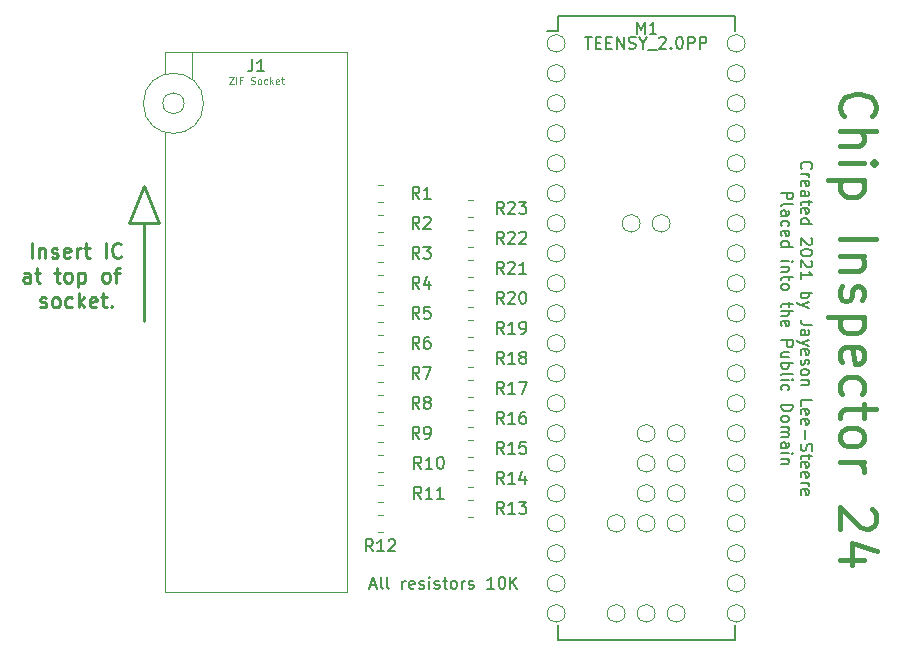
<source format=gbr>
%TF.GenerationSoftware,KiCad,Pcbnew,(5.1.9)-1*%
%TF.CreationDate,2021-02-16T23:53:01+08:00*%
%TF.ProjectId,ChipInspector24,43686970-496e-4737-9065-63746f723234,rev?*%
%TF.SameCoordinates,Original*%
%TF.FileFunction,Legend,Top*%
%TF.FilePolarity,Positive*%
%FSLAX46Y46*%
G04 Gerber Fmt 4.6, Leading zero omitted, Abs format (unit mm)*
G04 Created by KiCad (PCBNEW (5.1.9)-1) date 2021-02-16 23:53:01*
%MOMM*%
%LPD*%
G01*
G04 APERTURE LIST*
%ADD10C,0.225000*%
%ADD11C,0.150000*%
%ADD12C,0.450000*%
%ADD13C,0.120000*%
%ADD14C,0.100000*%
%ADD15C,0.090000*%
G04 APERTURE END LIST*
D10*
X121285000Y-91440000D02*
X120015000Y-91440000D01*
X120015000Y-88265000D02*
X121285000Y-91440000D01*
X118745000Y-91440000D02*
X120015000Y-88265000D01*
X120015000Y-91440000D02*
X118745000Y-91440000D01*
X120015000Y-99695000D02*
X120015000Y-91440000D01*
X110550000Y-94350476D02*
X110550000Y-93100476D01*
X111145238Y-93517142D02*
X111145238Y-94350476D01*
X111145238Y-93636190D02*
X111204761Y-93576666D01*
X111323809Y-93517142D01*
X111502380Y-93517142D01*
X111621428Y-93576666D01*
X111680952Y-93695714D01*
X111680952Y-94350476D01*
X112216666Y-94290952D02*
X112335714Y-94350476D01*
X112573809Y-94350476D01*
X112692857Y-94290952D01*
X112752380Y-94171904D01*
X112752380Y-94112380D01*
X112692857Y-93993333D01*
X112573809Y-93933809D01*
X112395238Y-93933809D01*
X112276190Y-93874285D01*
X112216666Y-93755238D01*
X112216666Y-93695714D01*
X112276190Y-93576666D01*
X112395238Y-93517142D01*
X112573809Y-93517142D01*
X112692857Y-93576666D01*
X113764285Y-94290952D02*
X113645238Y-94350476D01*
X113407142Y-94350476D01*
X113288095Y-94290952D01*
X113228571Y-94171904D01*
X113228571Y-93695714D01*
X113288095Y-93576666D01*
X113407142Y-93517142D01*
X113645238Y-93517142D01*
X113764285Y-93576666D01*
X113823809Y-93695714D01*
X113823809Y-93814761D01*
X113228571Y-93933809D01*
X114359523Y-94350476D02*
X114359523Y-93517142D01*
X114359523Y-93755238D02*
X114419047Y-93636190D01*
X114478571Y-93576666D01*
X114597619Y-93517142D01*
X114716666Y-93517142D01*
X114954761Y-93517142D02*
X115430952Y-93517142D01*
X115133333Y-93100476D02*
X115133333Y-94171904D01*
X115192857Y-94290952D01*
X115311904Y-94350476D01*
X115430952Y-94350476D01*
X116800000Y-94350476D02*
X116800000Y-93100476D01*
X118109523Y-94231428D02*
X118050000Y-94290952D01*
X117871428Y-94350476D01*
X117752380Y-94350476D01*
X117573809Y-94290952D01*
X117454761Y-94171904D01*
X117395238Y-94052857D01*
X117335714Y-93814761D01*
X117335714Y-93636190D01*
X117395238Y-93398095D01*
X117454761Y-93279047D01*
X117573809Y-93160000D01*
X117752380Y-93100476D01*
X117871428Y-93100476D01*
X118050000Y-93160000D01*
X118109523Y-93219523D01*
X110371428Y-96450476D02*
X110371428Y-95795714D01*
X110311904Y-95676666D01*
X110192857Y-95617142D01*
X109954761Y-95617142D01*
X109835714Y-95676666D01*
X110371428Y-96390952D02*
X110252380Y-96450476D01*
X109954761Y-96450476D01*
X109835714Y-96390952D01*
X109776190Y-96271904D01*
X109776190Y-96152857D01*
X109835714Y-96033809D01*
X109954761Y-95974285D01*
X110252380Y-95974285D01*
X110371428Y-95914761D01*
X110788095Y-95617142D02*
X111264285Y-95617142D01*
X110966666Y-95200476D02*
X110966666Y-96271904D01*
X111026190Y-96390952D01*
X111145238Y-96450476D01*
X111264285Y-96450476D01*
X112454761Y-95617142D02*
X112930952Y-95617142D01*
X112633333Y-95200476D02*
X112633333Y-96271904D01*
X112692857Y-96390952D01*
X112811904Y-96450476D01*
X112930952Y-96450476D01*
X113526190Y-96450476D02*
X113407142Y-96390952D01*
X113347619Y-96331428D01*
X113288095Y-96212380D01*
X113288095Y-95855238D01*
X113347619Y-95736190D01*
X113407142Y-95676666D01*
X113526190Y-95617142D01*
X113704761Y-95617142D01*
X113823809Y-95676666D01*
X113883333Y-95736190D01*
X113942857Y-95855238D01*
X113942857Y-96212380D01*
X113883333Y-96331428D01*
X113823809Y-96390952D01*
X113704761Y-96450476D01*
X113526190Y-96450476D01*
X114478571Y-95617142D02*
X114478571Y-96867142D01*
X114478571Y-95676666D02*
X114597619Y-95617142D01*
X114835714Y-95617142D01*
X114954761Y-95676666D01*
X115014285Y-95736190D01*
X115073809Y-95855238D01*
X115073809Y-96212380D01*
X115014285Y-96331428D01*
X114954761Y-96390952D01*
X114835714Y-96450476D01*
X114597619Y-96450476D01*
X114478571Y-96390952D01*
X116740476Y-96450476D02*
X116621428Y-96390952D01*
X116561904Y-96331428D01*
X116502380Y-96212380D01*
X116502380Y-95855238D01*
X116561904Y-95736190D01*
X116621428Y-95676666D01*
X116740476Y-95617142D01*
X116919047Y-95617142D01*
X117038095Y-95676666D01*
X117097619Y-95736190D01*
X117157142Y-95855238D01*
X117157142Y-96212380D01*
X117097619Y-96331428D01*
X117038095Y-96390952D01*
X116919047Y-96450476D01*
X116740476Y-96450476D01*
X117514285Y-95617142D02*
X117990476Y-95617142D01*
X117692857Y-96450476D02*
X117692857Y-95379047D01*
X117752380Y-95260000D01*
X117871428Y-95200476D01*
X117990476Y-95200476D01*
X111234523Y-98490952D02*
X111353571Y-98550476D01*
X111591666Y-98550476D01*
X111710714Y-98490952D01*
X111770238Y-98371904D01*
X111770238Y-98312380D01*
X111710714Y-98193333D01*
X111591666Y-98133809D01*
X111413095Y-98133809D01*
X111294047Y-98074285D01*
X111234523Y-97955238D01*
X111234523Y-97895714D01*
X111294047Y-97776666D01*
X111413095Y-97717142D01*
X111591666Y-97717142D01*
X111710714Y-97776666D01*
X112484523Y-98550476D02*
X112365476Y-98490952D01*
X112305952Y-98431428D01*
X112246428Y-98312380D01*
X112246428Y-97955238D01*
X112305952Y-97836190D01*
X112365476Y-97776666D01*
X112484523Y-97717142D01*
X112663095Y-97717142D01*
X112782142Y-97776666D01*
X112841666Y-97836190D01*
X112901190Y-97955238D01*
X112901190Y-98312380D01*
X112841666Y-98431428D01*
X112782142Y-98490952D01*
X112663095Y-98550476D01*
X112484523Y-98550476D01*
X113972619Y-98490952D02*
X113853571Y-98550476D01*
X113615476Y-98550476D01*
X113496428Y-98490952D01*
X113436904Y-98431428D01*
X113377380Y-98312380D01*
X113377380Y-97955238D01*
X113436904Y-97836190D01*
X113496428Y-97776666D01*
X113615476Y-97717142D01*
X113853571Y-97717142D01*
X113972619Y-97776666D01*
X114508333Y-98550476D02*
X114508333Y-97300476D01*
X114627380Y-98074285D02*
X114984523Y-98550476D01*
X114984523Y-97717142D02*
X114508333Y-98193333D01*
X115996428Y-98490952D02*
X115877380Y-98550476D01*
X115639285Y-98550476D01*
X115520238Y-98490952D01*
X115460714Y-98371904D01*
X115460714Y-97895714D01*
X115520238Y-97776666D01*
X115639285Y-97717142D01*
X115877380Y-97717142D01*
X115996428Y-97776666D01*
X116055952Y-97895714D01*
X116055952Y-98014761D01*
X115460714Y-98133809D01*
X116413095Y-97717142D02*
X116889285Y-97717142D01*
X116591666Y-97300476D02*
X116591666Y-98371904D01*
X116651190Y-98490952D01*
X116770238Y-98550476D01*
X116889285Y-98550476D01*
X117305952Y-98431428D02*
X117365476Y-98490952D01*
X117305952Y-98550476D01*
X117246428Y-98490952D01*
X117305952Y-98431428D01*
X117305952Y-98550476D01*
D11*
X175727857Y-86830000D02*
X175680238Y-86782380D01*
X175632619Y-86639523D01*
X175632619Y-86544285D01*
X175680238Y-86401428D01*
X175775476Y-86306190D01*
X175870714Y-86258571D01*
X176061190Y-86210952D01*
X176204047Y-86210952D01*
X176394523Y-86258571D01*
X176489761Y-86306190D01*
X176585000Y-86401428D01*
X176632619Y-86544285D01*
X176632619Y-86639523D01*
X176585000Y-86782380D01*
X176537380Y-86830000D01*
X175632619Y-87258571D02*
X176299285Y-87258571D01*
X176108809Y-87258571D02*
X176204047Y-87306190D01*
X176251666Y-87353809D01*
X176299285Y-87449047D01*
X176299285Y-87544285D01*
X175680238Y-88258571D02*
X175632619Y-88163333D01*
X175632619Y-87972857D01*
X175680238Y-87877619D01*
X175775476Y-87830000D01*
X176156428Y-87830000D01*
X176251666Y-87877619D01*
X176299285Y-87972857D01*
X176299285Y-88163333D01*
X176251666Y-88258571D01*
X176156428Y-88306190D01*
X176061190Y-88306190D01*
X175965952Y-87830000D01*
X175632619Y-89163333D02*
X176156428Y-89163333D01*
X176251666Y-89115714D01*
X176299285Y-89020476D01*
X176299285Y-88830000D01*
X176251666Y-88734761D01*
X175680238Y-89163333D02*
X175632619Y-89068095D01*
X175632619Y-88830000D01*
X175680238Y-88734761D01*
X175775476Y-88687142D01*
X175870714Y-88687142D01*
X175965952Y-88734761D01*
X176013571Y-88830000D01*
X176013571Y-89068095D01*
X176061190Y-89163333D01*
X176299285Y-89496666D02*
X176299285Y-89877619D01*
X176632619Y-89639523D02*
X175775476Y-89639523D01*
X175680238Y-89687142D01*
X175632619Y-89782380D01*
X175632619Y-89877619D01*
X175680238Y-90591904D02*
X175632619Y-90496666D01*
X175632619Y-90306190D01*
X175680238Y-90210952D01*
X175775476Y-90163333D01*
X176156428Y-90163333D01*
X176251666Y-90210952D01*
X176299285Y-90306190D01*
X176299285Y-90496666D01*
X176251666Y-90591904D01*
X176156428Y-90639523D01*
X176061190Y-90639523D01*
X175965952Y-90163333D01*
X175632619Y-91496666D02*
X176632619Y-91496666D01*
X175680238Y-91496666D02*
X175632619Y-91401428D01*
X175632619Y-91210952D01*
X175680238Y-91115714D01*
X175727857Y-91068095D01*
X175823095Y-91020476D01*
X176108809Y-91020476D01*
X176204047Y-91068095D01*
X176251666Y-91115714D01*
X176299285Y-91210952D01*
X176299285Y-91401428D01*
X176251666Y-91496666D01*
X176537380Y-92687142D02*
X176585000Y-92734761D01*
X176632619Y-92830000D01*
X176632619Y-93068095D01*
X176585000Y-93163333D01*
X176537380Y-93210952D01*
X176442142Y-93258571D01*
X176346904Y-93258571D01*
X176204047Y-93210952D01*
X175632619Y-92639523D01*
X175632619Y-93258571D01*
X176632619Y-93877619D02*
X176632619Y-93972857D01*
X176585000Y-94068095D01*
X176537380Y-94115714D01*
X176442142Y-94163333D01*
X176251666Y-94210952D01*
X176013571Y-94210952D01*
X175823095Y-94163333D01*
X175727857Y-94115714D01*
X175680238Y-94068095D01*
X175632619Y-93972857D01*
X175632619Y-93877619D01*
X175680238Y-93782380D01*
X175727857Y-93734761D01*
X175823095Y-93687142D01*
X176013571Y-93639523D01*
X176251666Y-93639523D01*
X176442142Y-93687142D01*
X176537380Y-93734761D01*
X176585000Y-93782380D01*
X176632619Y-93877619D01*
X176537380Y-94591904D02*
X176585000Y-94639523D01*
X176632619Y-94734761D01*
X176632619Y-94972857D01*
X176585000Y-95068095D01*
X176537380Y-95115714D01*
X176442142Y-95163333D01*
X176346904Y-95163333D01*
X176204047Y-95115714D01*
X175632619Y-94544285D01*
X175632619Y-95163333D01*
X175632619Y-96115714D02*
X175632619Y-95544285D01*
X175632619Y-95830000D02*
X176632619Y-95830000D01*
X176489761Y-95734761D01*
X176394523Y-95639523D01*
X176346904Y-95544285D01*
X175632619Y-97306190D02*
X176632619Y-97306190D01*
X176251666Y-97306190D02*
X176299285Y-97401428D01*
X176299285Y-97591904D01*
X176251666Y-97687142D01*
X176204047Y-97734761D01*
X176108809Y-97782380D01*
X175823095Y-97782380D01*
X175727857Y-97734761D01*
X175680238Y-97687142D01*
X175632619Y-97591904D01*
X175632619Y-97401428D01*
X175680238Y-97306190D01*
X176299285Y-98115714D02*
X175632619Y-98353809D01*
X176299285Y-98591904D02*
X175632619Y-98353809D01*
X175394523Y-98258571D01*
X175346904Y-98210952D01*
X175299285Y-98115714D01*
X176632619Y-100020476D02*
X175918333Y-100020476D01*
X175775476Y-99972857D01*
X175680238Y-99877619D01*
X175632619Y-99734761D01*
X175632619Y-99639523D01*
X175632619Y-100925238D02*
X176156428Y-100925238D01*
X176251666Y-100877619D01*
X176299285Y-100782380D01*
X176299285Y-100591904D01*
X176251666Y-100496666D01*
X175680238Y-100925238D02*
X175632619Y-100829999D01*
X175632619Y-100591904D01*
X175680238Y-100496666D01*
X175775476Y-100449047D01*
X175870714Y-100449047D01*
X175965952Y-100496666D01*
X176013571Y-100591904D01*
X176013571Y-100829999D01*
X176061190Y-100925238D01*
X176299285Y-101306190D02*
X175632619Y-101544285D01*
X176299285Y-101782380D02*
X175632619Y-101544285D01*
X175394523Y-101449047D01*
X175346904Y-101401428D01*
X175299285Y-101306190D01*
X175680238Y-102544285D02*
X175632619Y-102449047D01*
X175632619Y-102258571D01*
X175680238Y-102163333D01*
X175775476Y-102115714D01*
X176156428Y-102115714D01*
X176251666Y-102163333D01*
X176299285Y-102258571D01*
X176299285Y-102449047D01*
X176251666Y-102544285D01*
X176156428Y-102591904D01*
X176061190Y-102591904D01*
X175965952Y-102115714D01*
X175680238Y-102972857D02*
X175632619Y-103068095D01*
X175632619Y-103258571D01*
X175680238Y-103353809D01*
X175775476Y-103401428D01*
X175823095Y-103401428D01*
X175918333Y-103353809D01*
X175965952Y-103258571D01*
X175965952Y-103115714D01*
X176013571Y-103020476D01*
X176108809Y-102972857D01*
X176156428Y-102972857D01*
X176251666Y-103020476D01*
X176299285Y-103115714D01*
X176299285Y-103258571D01*
X176251666Y-103353809D01*
X175632619Y-103972857D02*
X175680238Y-103877619D01*
X175727857Y-103829999D01*
X175823095Y-103782380D01*
X176108809Y-103782380D01*
X176204047Y-103829999D01*
X176251666Y-103877619D01*
X176299285Y-103972857D01*
X176299285Y-104115714D01*
X176251666Y-104210952D01*
X176204047Y-104258571D01*
X176108809Y-104306190D01*
X175823095Y-104306190D01*
X175727857Y-104258571D01*
X175680238Y-104210952D01*
X175632619Y-104115714D01*
X175632619Y-103972857D01*
X176299285Y-104734761D02*
X175632619Y-104734761D01*
X176204047Y-104734761D02*
X176251666Y-104782380D01*
X176299285Y-104877619D01*
X176299285Y-105020476D01*
X176251666Y-105115714D01*
X176156428Y-105163333D01*
X175632619Y-105163333D01*
X175632619Y-106877619D02*
X175632619Y-106401428D01*
X176632619Y-106401428D01*
X175680238Y-107591904D02*
X175632619Y-107496666D01*
X175632619Y-107306190D01*
X175680238Y-107210952D01*
X175775476Y-107163333D01*
X176156428Y-107163333D01*
X176251666Y-107210952D01*
X176299285Y-107306190D01*
X176299285Y-107496666D01*
X176251666Y-107591904D01*
X176156428Y-107639523D01*
X176061190Y-107639523D01*
X175965952Y-107163333D01*
X175680238Y-108449047D02*
X175632619Y-108353809D01*
X175632619Y-108163333D01*
X175680238Y-108068095D01*
X175775476Y-108020476D01*
X176156428Y-108020476D01*
X176251666Y-108068095D01*
X176299285Y-108163333D01*
X176299285Y-108353809D01*
X176251666Y-108449047D01*
X176156428Y-108496666D01*
X176061190Y-108496666D01*
X175965952Y-108020476D01*
X176013571Y-108925238D02*
X176013571Y-109687142D01*
X175680238Y-110115714D02*
X175632619Y-110258571D01*
X175632619Y-110496666D01*
X175680238Y-110591904D01*
X175727857Y-110639523D01*
X175823095Y-110687142D01*
X175918333Y-110687142D01*
X176013571Y-110639523D01*
X176061190Y-110591904D01*
X176108809Y-110496666D01*
X176156428Y-110306190D01*
X176204047Y-110210952D01*
X176251666Y-110163333D01*
X176346904Y-110115714D01*
X176442142Y-110115714D01*
X176537380Y-110163333D01*
X176585000Y-110210952D01*
X176632619Y-110306190D01*
X176632619Y-110544285D01*
X176585000Y-110687142D01*
X176299285Y-110972857D02*
X176299285Y-111353809D01*
X176632619Y-111115714D02*
X175775476Y-111115714D01*
X175680238Y-111163333D01*
X175632619Y-111258571D01*
X175632619Y-111353809D01*
X175680238Y-112068095D02*
X175632619Y-111972857D01*
X175632619Y-111782380D01*
X175680238Y-111687142D01*
X175775476Y-111639523D01*
X176156428Y-111639523D01*
X176251666Y-111687142D01*
X176299285Y-111782380D01*
X176299285Y-111972857D01*
X176251666Y-112068095D01*
X176156428Y-112115714D01*
X176061190Y-112115714D01*
X175965952Y-111639523D01*
X175680238Y-112925238D02*
X175632619Y-112829999D01*
X175632619Y-112639523D01*
X175680238Y-112544285D01*
X175775476Y-112496666D01*
X176156428Y-112496666D01*
X176251666Y-112544285D01*
X176299285Y-112639523D01*
X176299285Y-112829999D01*
X176251666Y-112925238D01*
X176156428Y-112972857D01*
X176061190Y-112972857D01*
X175965952Y-112496666D01*
X175632619Y-113401428D02*
X176299285Y-113401428D01*
X176108809Y-113401428D02*
X176204047Y-113449047D01*
X176251666Y-113496666D01*
X176299285Y-113591904D01*
X176299285Y-113687142D01*
X175680238Y-114401428D02*
X175632619Y-114306190D01*
X175632619Y-114115714D01*
X175680238Y-114020476D01*
X175775476Y-113972857D01*
X176156428Y-113972857D01*
X176251666Y-114020476D01*
X176299285Y-114115714D01*
X176299285Y-114306190D01*
X176251666Y-114401428D01*
X176156428Y-114449047D01*
X176061190Y-114449047D01*
X175965952Y-113972857D01*
X173982619Y-88830000D02*
X174982619Y-88830000D01*
X174982619Y-89210952D01*
X174935000Y-89306190D01*
X174887380Y-89353809D01*
X174792142Y-89401428D01*
X174649285Y-89401428D01*
X174554047Y-89353809D01*
X174506428Y-89306190D01*
X174458809Y-89210952D01*
X174458809Y-88830000D01*
X173982619Y-89972857D02*
X174030238Y-89877619D01*
X174125476Y-89830000D01*
X174982619Y-89830000D01*
X173982619Y-90782380D02*
X174506428Y-90782380D01*
X174601666Y-90734761D01*
X174649285Y-90639523D01*
X174649285Y-90449047D01*
X174601666Y-90353809D01*
X174030238Y-90782380D02*
X173982619Y-90687142D01*
X173982619Y-90449047D01*
X174030238Y-90353809D01*
X174125476Y-90306190D01*
X174220714Y-90306190D01*
X174315952Y-90353809D01*
X174363571Y-90449047D01*
X174363571Y-90687142D01*
X174411190Y-90782380D01*
X174030238Y-91687142D02*
X173982619Y-91591904D01*
X173982619Y-91401428D01*
X174030238Y-91306190D01*
X174077857Y-91258571D01*
X174173095Y-91210952D01*
X174458809Y-91210952D01*
X174554047Y-91258571D01*
X174601666Y-91306190D01*
X174649285Y-91401428D01*
X174649285Y-91591904D01*
X174601666Y-91687142D01*
X174030238Y-92496666D02*
X173982619Y-92401428D01*
X173982619Y-92210952D01*
X174030238Y-92115714D01*
X174125476Y-92068095D01*
X174506428Y-92068095D01*
X174601666Y-92115714D01*
X174649285Y-92210952D01*
X174649285Y-92401428D01*
X174601666Y-92496666D01*
X174506428Y-92544285D01*
X174411190Y-92544285D01*
X174315952Y-92068095D01*
X173982619Y-93401428D02*
X174982619Y-93401428D01*
X174030238Y-93401428D02*
X173982619Y-93306190D01*
X173982619Y-93115714D01*
X174030238Y-93020476D01*
X174077857Y-92972857D01*
X174173095Y-92925238D01*
X174458809Y-92925238D01*
X174554047Y-92972857D01*
X174601666Y-93020476D01*
X174649285Y-93115714D01*
X174649285Y-93306190D01*
X174601666Y-93401428D01*
X173982619Y-94639523D02*
X174649285Y-94639523D01*
X174982619Y-94639523D02*
X174935000Y-94591904D01*
X174887380Y-94639523D01*
X174935000Y-94687142D01*
X174982619Y-94639523D01*
X174887380Y-94639523D01*
X174649285Y-95115714D02*
X173982619Y-95115714D01*
X174554047Y-95115714D02*
X174601666Y-95163333D01*
X174649285Y-95258571D01*
X174649285Y-95401428D01*
X174601666Y-95496666D01*
X174506428Y-95544285D01*
X173982619Y-95544285D01*
X174649285Y-95877619D02*
X174649285Y-96258571D01*
X174982619Y-96020476D02*
X174125476Y-96020476D01*
X174030238Y-96068095D01*
X173982619Y-96163333D01*
X173982619Y-96258571D01*
X173982619Y-96734761D02*
X174030238Y-96639523D01*
X174077857Y-96591904D01*
X174173095Y-96544285D01*
X174458809Y-96544285D01*
X174554047Y-96591904D01*
X174601666Y-96639523D01*
X174649285Y-96734761D01*
X174649285Y-96877619D01*
X174601666Y-96972857D01*
X174554047Y-97020476D01*
X174458809Y-97068095D01*
X174173095Y-97068095D01*
X174077857Y-97020476D01*
X174030238Y-96972857D01*
X173982619Y-96877619D01*
X173982619Y-96734761D01*
X174649285Y-98115714D02*
X174649285Y-98496666D01*
X174982619Y-98258571D02*
X174125476Y-98258571D01*
X174030238Y-98306190D01*
X173982619Y-98401428D01*
X173982619Y-98496666D01*
X173982619Y-98830000D02*
X174982619Y-98830000D01*
X173982619Y-99258571D02*
X174506428Y-99258571D01*
X174601666Y-99210952D01*
X174649285Y-99115714D01*
X174649285Y-98972857D01*
X174601666Y-98877619D01*
X174554047Y-98830000D01*
X174030238Y-100115714D02*
X173982619Y-100020476D01*
X173982619Y-99830000D01*
X174030238Y-99734761D01*
X174125476Y-99687142D01*
X174506428Y-99687142D01*
X174601666Y-99734761D01*
X174649285Y-99830000D01*
X174649285Y-100020476D01*
X174601666Y-100115714D01*
X174506428Y-100163333D01*
X174411190Y-100163333D01*
X174315952Y-99687142D01*
X173982619Y-101353809D02*
X174982619Y-101353809D01*
X174982619Y-101734761D01*
X174935000Y-101830000D01*
X174887380Y-101877619D01*
X174792142Y-101925238D01*
X174649285Y-101925238D01*
X174554047Y-101877619D01*
X174506428Y-101830000D01*
X174458809Y-101734761D01*
X174458809Y-101353809D01*
X174649285Y-102782380D02*
X173982619Y-102782380D01*
X174649285Y-102353809D02*
X174125476Y-102353809D01*
X174030238Y-102401428D01*
X173982619Y-102496666D01*
X173982619Y-102639523D01*
X174030238Y-102734761D01*
X174077857Y-102782380D01*
X173982619Y-103258571D02*
X174982619Y-103258571D01*
X174601666Y-103258571D02*
X174649285Y-103353809D01*
X174649285Y-103544285D01*
X174601666Y-103639523D01*
X174554047Y-103687142D01*
X174458809Y-103734761D01*
X174173095Y-103734761D01*
X174077857Y-103687142D01*
X174030238Y-103639523D01*
X173982619Y-103544285D01*
X173982619Y-103353809D01*
X174030238Y-103258571D01*
X173982619Y-104306190D02*
X174030238Y-104210952D01*
X174125476Y-104163333D01*
X174982619Y-104163333D01*
X173982619Y-104687142D02*
X174649285Y-104687142D01*
X174982619Y-104687142D02*
X174935000Y-104639523D01*
X174887380Y-104687142D01*
X174935000Y-104734761D01*
X174982619Y-104687142D01*
X174887380Y-104687142D01*
X174030238Y-105591904D02*
X173982619Y-105496666D01*
X173982619Y-105306190D01*
X174030238Y-105210952D01*
X174077857Y-105163333D01*
X174173095Y-105115714D01*
X174458809Y-105115714D01*
X174554047Y-105163333D01*
X174601666Y-105210952D01*
X174649285Y-105306190D01*
X174649285Y-105496666D01*
X174601666Y-105591904D01*
X173982619Y-106782380D02*
X174982619Y-106782380D01*
X174982619Y-107020476D01*
X174935000Y-107163333D01*
X174839761Y-107258571D01*
X174744523Y-107306190D01*
X174554047Y-107353809D01*
X174411190Y-107353809D01*
X174220714Y-107306190D01*
X174125476Y-107258571D01*
X174030238Y-107163333D01*
X173982619Y-107020476D01*
X173982619Y-106782380D01*
X173982619Y-107925238D02*
X174030238Y-107830000D01*
X174077857Y-107782380D01*
X174173095Y-107734761D01*
X174458809Y-107734761D01*
X174554047Y-107782380D01*
X174601666Y-107830000D01*
X174649285Y-107925238D01*
X174649285Y-108068095D01*
X174601666Y-108163333D01*
X174554047Y-108210952D01*
X174458809Y-108258571D01*
X174173095Y-108258571D01*
X174077857Y-108210952D01*
X174030238Y-108163333D01*
X173982619Y-108068095D01*
X173982619Y-107925238D01*
X173982619Y-108687142D02*
X174649285Y-108687142D01*
X174554047Y-108687142D02*
X174601666Y-108734761D01*
X174649285Y-108830000D01*
X174649285Y-108972857D01*
X174601666Y-109068095D01*
X174506428Y-109115714D01*
X173982619Y-109115714D01*
X174506428Y-109115714D02*
X174601666Y-109163333D01*
X174649285Y-109258571D01*
X174649285Y-109401428D01*
X174601666Y-109496666D01*
X174506428Y-109544285D01*
X173982619Y-109544285D01*
X173982619Y-110449047D02*
X174506428Y-110449047D01*
X174601666Y-110401428D01*
X174649285Y-110306190D01*
X174649285Y-110115714D01*
X174601666Y-110020476D01*
X174030238Y-110449047D02*
X173982619Y-110353809D01*
X173982619Y-110115714D01*
X174030238Y-110020476D01*
X174125476Y-109972857D01*
X174220714Y-109972857D01*
X174315952Y-110020476D01*
X174363571Y-110115714D01*
X174363571Y-110353809D01*
X174411190Y-110449047D01*
X173982619Y-110925238D02*
X174649285Y-110925238D01*
X174982619Y-110925238D02*
X174935000Y-110877619D01*
X174887380Y-110925238D01*
X174935000Y-110972857D01*
X174982619Y-110925238D01*
X174887380Y-110925238D01*
X174649285Y-111401428D02*
X173982619Y-111401428D01*
X174554047Y-111401428D02*
X174601666Y-111449047D01*
X174649285Y-111544285D01*
X174649285Y-111687142D01*
X174601666Y-111782380D01*
X174506428Y-111830000D01*
X173982619Y-111830000D01*
D12*
X179268571Y-82330000D02*
X179125714Y-82187142D01*
X178982857Y-81758571D01*
X178982857Y-81472857D01*
X179125714Y-81044285D01*
X179411428Y-80758571D01*
X179697142Y-80615714D01*
X180268571Y-80472857D01*
X180697142Y-80472857D01*
X181268571Y-80615714D01*
X181554285Y-80758571D01*
X181840000Y-81044285D01*
X181982857Y-81472857D01*
X181982857Y-81758571D01*
X181840000Y-82187142D01*
X181697142Y-82330000D01*
X178982857Y-83615714D02*
X181982857Y-83615714D01*
X178982857Y-84901428D02*
X180554285Y-84901428D01*
X180840000Y-84758571D01*
X180982857Y-84472857D01*
X180982857Y-84044285D01*
X180840000Y-83758571D01*
X180697142Y-83615714D01*
X178982857Y-86330000D02*
X180982857Y-86330000D01*
X181982857Y-86330000D02*
X181840000Y-86187142D01*
X181697142Y-86330000D01*
X181840000Y-86472857D01*
X181982857Y-86330000D01*
X181697142Y-86330000D01*
X180982857Y-87758571D02*
X177982857Y-87758571D01*
X180840000Y-87758571D02*
X180982857Y-88044285D01*
X180982857Y-88615714D01*
X180840000Y-88901428D01*
X180697142Y-89044285D01*
X180411428Y-89187142D01*
X179554285Y-89187142D01*
X179268571Y-89044285D01*
X179125714Y-88901428D01*
X178982857Y-88615714D01*
X178982857Y-88044285D01*
X179125714Y-87758571D01*
X178982857Y-92758571D02*
X181982857Y-92758571D01*
X180982857Y-94187142D02*
X178982857Y-94187142D01*
X180697142Y-94187142D02*
X180840000Y-94330000D01*
X180982857Y-94615714D01*
X180982857Y-95044285D01*
X180840000Y-95330000D01*
X180554285Y-95472857D01*
X178982857Y-95472857D01*
X179125714Y-96758571D02*
X178982857Y-97044285D01*
X178982857Y-97615714D01*
X179125714Y-97901428D01*
X179411428Y-98044285D01*
X179554285Y-98044285D01*
X179840000Y-97901428D01*
X179982857Y-97615714D01*
X179982857Y-97187142D01*
X180125714Y-96901428D01*
X180411428Y-96758571D01*
X180554285Y-96758571D01*
X180840000Y-96901428D01*
X180982857Y-97187142D01*
X180982857Y-97615714D01*
X180840000Y-97901428D01*
X180982857Y-99330000D02*
X177982857Y-99330000D01*
X180840000Y-99330000D02*
X180982857Y-99615714D01*
X180982857Y-100187142D01*
X180840000Y-100472857D01*
X180697142Y-100615714D01*
X180411428Y-100758571D01*
X179554285Y-100758571D01*
X179268571Y-100615714D01*
X179125714Y-100472857D01*
X178982857Y-100187142D01*
X178982857Y-99615714D01*
X179125714Y-99330000D01*
X179125714Y-103187142D02*
X178982857Y-102901428D01*
X178982857Y-102330000D01*
X179125714Y-102044285D01*
X179411428Y-101901428D01*
X180554285Y-101901428D01*
X180840000Y-102044285D01*
X180982857Y-102330000D01*
X180982857Y-102901428D01*
X180840000Y-103187142D01*
X180554285Y-103330000D01*
X180268571Y-103330000D01*
X179982857Y-101901428D01*
X179125714Y-105901428D02*
X178982857Y-105615714D01*
X178982857Y-105044285D01*
X179125714Y-104758571D01*
X179268571Y-104615714D01*
X179554285Y-104472857D01*
X180411428Y-104472857D01*
X180697142Y-104615714D01*
X180840000Y-104758571D01*
X180982857Y-105044285D01*
X180982857Y-105615714D01*
X180840000Y-105901428D01*
X180982857Y-106758571D02*
X180982857Y-107901428D01*
X181982857Y-107187142D02*
X179411428Y-107187142D01*
X179125714Y-107330000D01*
X178982857Y-107615714D01*
X178982857Y-107901428D01*
X178982857Y-109330000D02*
X179125714Y-109044285D01*
X179268571Y-108901428D01*
X179554285Y-108758571D01*
X180411428Y-108758571D01*
X180697142Y-108901428D01*
X180840000Y-109044285D01*
X180982857Y-109330000D01*
X180982857Y-109758571D01*
X180840000Y-110044285D01*
X180697142Y-110187142D01*
X180411428Y-110330000D01*
X179554285Y-110330000D01*
X179268571Y-110187142D01*
X179125714Y-110044285D01*
X178982857Y-109758571D01*
X178982857Y-109330000D01*
X178982857Y-111615714D02*
X180982857Y-111615714D01*
X180411428Y-111615714D02*
X180697142Y-111758571D01*
X180840000Y-111901428D01*
X180982857Y-112187142D01*
X180982857Y-112472857D01*
X181697142Y-115615714D02*
X181840000Y-115758571D01*
X181982857Y-116044285D01*
X181982857Y-116758571D01*
X181840000Y-117044285D01*
X181697142Y-117187142D01*
X181411428Y-117330000D01*
X181125714Y-117330000D01*
X180697142Y-117187142D01*
X178982857Y-115472857D01*
X178982857Y-117330000D01*
X180982857Y-119901428D02*
X178982857Y-119901428D01*
X182125714Y-119187142D02*
X179982857Y-118472857D01*
X179982857Y-120330000D01*
D11*
X139200714Y-122086666D02*
X139676904Y-122086666D01*
X139105476Y-122372380D02*
X139438809Y-121372380D01*
X139772142Y-122372380D01*
X140248333Y-122372380D02*
X140153095Y-122324761D01*
X140105476Y-122229523D01*
X140105476Y-121372380D01*
X140772142Y-122372380D02*
X140676904Y-122324761D01*
X140629285Y-122229523D01*
X140629285Y-121372380D01*
X141915000Y-122372380D02*
X141915000Y-121705714D01*
X141915000Y-121896190D02*
X141962619Y-121800952D01*
X142010238Y-121753333D01*
X142105476Y-121705714D01*
X142200714Y-121705714D01*
X142915000Y-122324761D02*
X142819761Y-122372380D01*
X142629285Y-122372380D01*
X142534047Y-122324761D01*
X142486428Y-122229523D01*
X142486428Y-121848571D01*
X142534047Y-121753333D01*
X142629285Y-121705714D01*
X142819761Y-121705714D01*
X142915000Y-121753333D01*
X142962619Y-121848571D01*
X142962619Y-121943809D01*
X142486428Y-122039047D01*
X143343571Y-122324761D02*
X143438809Y-122372380D01*
X143629285Y-122372380D01*
X143724523Y-122324761D01*
X143772142Y-122229523D01*
X143772142Y-122181904D01*
X143724523Y-122086666D01*
X143629285Y-122039047D01*
X143486428Y-122039047D01*
X143391190Y-121991428D01*
X143343571Y-121896190D01*
X143343571Y-121848571D01*
X143391190Y-121753333D01*
X143486428Y-121705714D01*
X143629285Y-121705714D01*
X143724523Y-121753333D01*
X144200714Y-122372380D02*
X144200714Y-121705714D01*
X144200714Y-121372380D02*
X144153095Y-121420000D01*
X144200714Y-121467619D01*
X144248333Y-121420000D01*
X144200714Y-121372380D01*
X144200714Y-121467619D01*
X144629285Y-122324761D02*
X144724523Y-122372380D01*
X144915000Y-122372380D01*
X145010238Y-122324761D01*
X145057857Y-122229523D01*
X145057857Y-122181904D01*
X145010238Y-122086666D01*
X144915000Y-122039047D01*
X144772142Y-122039047D01*
X144676904Y-121991428D01*
X144629285Y-121896190D01*
X144629285Y-121848571D01*
X144676904Y-121753333D01*
X144772142Y-121705714D01*
X144915000Y-121705714D01*
X145010238Y-121753333D01*
X145343571Y-121705714D02*
X145724523Y-121705714D01*
X145486428Y-121372380D02*
X145486428Y-122229523D01*
X145534047Y-122324761D01*
X145629285Y-122372380D01*
X145724523Y-122372380D01*
X146200714Y-122372380D02*
X146105476Y-122324761D01*
X146057857Y-122277142D01*
X146010238Y-122181904D01*
X146010238Y-121896190D01*
X146057857Y-121800952D01*
X146105476Y-121753333D01*
X146200714Y-121705714D01*
X146343571Y-121705714D01*
X146438809Y-121753333D01*
X146486428Y-121800952D01*
X146534047Y-121896190D01*
X146534047Y-122181904D01*
X146486428Y-122277142D01*
X146438809Y-122324761D01*
X146343571Y-122372380D01*
X146200714Y-122372380D01*
X146962619Y-122372380D02*
X146962619Y-121705714D01*
X146962619Y-121896190D02*
X147010238Y-121800952D01*
X147057857Y-121753333D01*
X147153095Y-121705714D01*
X147248333Y-121705714D01*
X147534047Y-122324761D02*
X147629285Y-122372380D01*
X147819761Y-122372380D01*
X147915000Y-122324761D01*
X147962619Y-122229523D01*
X147962619Y-122181904D01*
X147915000Y-122086666D01*
X147819761Y-122039047D01*
X147676904Y-122039047D01*
X147581666Y-121991428D01*
X147534047Y-121896190D01*
X147534047Y-121848571D01*
X147581666Y-121753333D01*
X147676904Y-121705714D01*
X147819761Y-121705714D01*
X147915000Y-121753333D01*
X149676904Y-122372380D02*
X149105476Y-122372380D01*
X149391190Y-122372380D02*
X149391190Y-121372380D01*
X149295952Y-121515238D01*
X149200714Y-121610476D01*
X149105476Y-121658095D01*
X150295952Y-121372380D02*
X150391190Y-121372380D01*
X150486428Y-121420000D01*
X150534047Y-121467619D01*
X150581666Y-121562857D01*
X150629285Y-121753333D01*
X150629285Y-121991428D01*
X150581666Y-122181904D01*
X150534047Y-122277142D01*
X150486428Y-122324761D01*
X150391190Y-122372380D01*
X150295952Y-122372380D01*
X150200714Y-122324761D01*
X150153095Y-122277142D01*
X150105476Y-122181904D01*
X150057857Y-121991428D01*
X150057857Y-121753333D01*
X150105476Y-121562857D01*
X150153095Y-121467619D01*
X150200714Y-121420000D01*
X150295952Y-121372380D01*
X151057857Y-122372380D02*
X151057857Y-121372380D01*
X151629285Y-122372380D02*
X151200714Y-121800952D01*
X151629285Y-121372380D02*
X151057857Y-121943809D01*
D13*
%TO.C,J1*%
X124080000Y-76970000D02*
X124080000Y-79230000D01*
X121840000Y-76970000D02*
X121840000Y-78830000D01*
X137240000Y-76970000D02*
X121840000Y-76970000D01*
X137240000Y-122670000D02*
X137240000Y-76970000D01*
X121840000Y-122670000D02*
X137240000Y-122670000D01*
X121840000Y-83730000D02*
X121840000Y-122670000D01*
X123430000Y-81280000D02*
G75*
G03*
X123430000Y-81280000I-900000J0D01*
G01*
X125080000Y-81280000D02*
G75*
G03*
X125080000Y-81280000I-2550000J0D01*
G01*
D11*
%TO.C,M1*%
X155075000Y-73905000D02*
X155075000Y-75175000D01*
X170045000Y-73905000D02*
X170045000Y-75175000D01*
X170045000Y-126755000D02*
X170045000Y-125485000D01*
X155075000Y-126755000D02*
X155075000Y-125485000D01*
X155075000Y-73905000D02*
X170045000Y-73905000D01*
X155075000Y-126755000D02*
X170045000Y-126755000D01*
X155075000Y-75175000D02*
X154140000Y-75175000D01*
D13*
%TO.C,R23*%
X147450436Y-90905000D02*
X147904564Y-90905000D01*
X147450436Y-89435000D02*
X147904564Y-89435000D01*
%TO.C,R22*%
X147450436Y-93445000D02*
X147904564Y-93445000D01*
X147450436Y-91975000D02*
X147904564Y-91975000D01*
%TO.C,R21*%
X147450436Y-95985000D02*
X147904564Y-95985000D01*
X147450436Y-94515000D02*
X147904564Y-94515000D01*
%TO.C,R20*%
X147450436Y-98525000D02*
X147904564Y-98525000D01*
X147450436Y-97055000D02*
X147904564Y-97055000D01*
%TO.C,R19*%
X147450436Y-101065000D02*
X147904564Y-101065000D01*
X147450436Y-99595000D02*
X147904564Y-99595000D01*
%TO.C,R18*%
X147450436Y-103605000D02*
X147904564Y-103605000D01*
X147450436Y-102135000D02*
X147904564Y-102135000D01*
%TO.C,R17*%
X147450436Y-106145000D02*
X147904564Y-106145000D01*
X147450436Y-104675000D02*
X147904564Y-104675000D01*
%TO.C,R16*%
X147450436Y-107215000D02*
X147904564Y-107215000D01*
X147450436Y-108685000D02*
X147904564Y-108685000D01*
%TO.C,R15*%
X147450436Y-111225000D02*
X147904564Y-111225000D01*
X147450436Y-109755000D02*
X147904564Y-109755000D01*
%TO.C,R14*%
X147450436Y-113765000D02*
X147904564Y-113765000D01*
X147450436Y-112295000D02*
X147904564Y-112295000D01*
%TO.C,R13*%
X147450436Y-116305000D02*
X147904564Y-116305000D01*
X147450436Y-114835000D02*
X147904564Y-114835000D01*
%TO.C,R12*%
X139830436Y-117575000D02*
X140284564Y-117575000D01*
X139830436Y-116105000D02*
X140284564Y-116105000D01*
%TO.C,R11*%
X139830436Y-115035000D02*
X140284564Y-115035000D01*
X139830436Y-113565000D02*
X140284564Y-113565000D01*
%TO.C,R10*%
X139830436Y-112495000D02*
X140284564Y-112495000D01*
X139830436Y-111025000D02*
X140284564Y-111025000D01*
%TO.C,R9*%
X139830436Y-109955000D02*
X140284564Y-109955000D01*
X139830436Y-108485000D02*
X140284564Y-108485000D01*
%TO.C,R8*%
X139830436Y-107415000D02*
X140284564Y-107415000D01*
X139830436Y-105945000D02*
X140284564Y-105945000D01*
%TO.C,R7*%
X139830436Y-104875000D02*
X140284564Y-104875000D01*
X139830436Y-103405000D02*
X140284564Y-103405000D01*
%TO.C,R6*%
X139830436Y-102335000D02*
X140284564Y-102335000D01*
X139830436Y-100865000D02*
X140284564Y-100865000D01*
%TO.C,R5*%
X139830436Y-99795000D02*
X140284564Y-99795000D01*
X139830436Y-98325000D02*
X140284564Y-98325000D01*
%TO.C,R4*%
X139830436Y-97255000D02*
X140284564Y-97255000D01*
X139830436Y-95785000D02*
X140284564Y-95785000D01*
%TO.C,R3*%
X139830436Y-94715000D02*
X140284564Y-94715000D01*
X139830436Y-93245000D02*
X140284564Y-93245000D01*
%TO.C,R2*%
X139830436Y-92175000D02*
X140284564Y-92175000D01*
X139830436Y-90705000D02*
X140284564Y-90705000D01*
%TO.C,R1*%
X139830436Y-89635000D02*
X140284564Y-89635000D01*
X139830436Y-88165000D02*
X140284564Y-88165000D01*
%TD*%
D14*
X163080000Y-91440000D02*
X163080000Y-91440000D01*
X164580000Y-91440000D02*
X164580000Y-91440000D01*
X163080000Y-91440000D02*
G75*
G03*
X164580000Y-91440000I750000J0D01*
G01*
X164580000Y-91440000D02*
G75*
G03*
X163080000Y-91440000I-750000J0D01*
G01*
X160540000Y-91440000D02*
X160540000Y-91440000D01*
X162040000Y-91440000D02*
X162040000Y-91440000D01*
X160540000Y-91440000D02*
G75*
G03*
X162040000Y-91440000I750000J0D01*
G01*
X162040000Y-91440000D02*
G75*
G03*
X160540000Y-91440000I-750000J0D01*
G01*
X169430000Y-76200000D02*
X169430000Y-76200000D01*
X170930000Y-76200000D02*
X170930000Y-76200000D01*
X169430000Y-76200000D02*
G75*
G03*
X170930000Y-76200000I750000J0D01*
G01*
X170930000Y-76200000D02*
G75*
G03*
X169430000Y-76200000I-750000J0D01*
G01*
X169430000Y-78740000D02*
X169430000Y-78740000D01*
X170930000Y-78740000D02*
X170930000Y-78740000D01*
X169430000Y-78740000D02*
G75*
G03*
X170930000Y-78740000I750000J0D01*
G01*
X170930000Y-78740000D02*
G75*
G03*
X169430000Y-78740000I-750000J0D01*
G01*
X169430000Y-81280000D02*
X169430000Y-81280000D01*
X170930000Y-81280000D02*
X170930000Y-81280000D01*
X169430000Y-81280000D02*
G75*
G03*
X170930000Y-81280000I750000J0D01*
G01*
X170930000Y-81280000D02*
G75*
G03*
X169430000Y-81280000I-750000J0D01*
G01*
X169430000Y-83820000D02*
X169430000Y-83820000D01*
X170930000Y-83820000D02*
X170930000Y-83820000D01*
X169430000Y-83820000D02*
G75*
G03*
X170930000Y-83820000I750000J0D01*
G01*
X170930000Y-83820000D02*
G75*
G03*
X169430000Y-83820000I-750000J0D01*
G01*
X169430000Y-86360000D02*
X169430000Y-86360000D01*
X170930000Y-86360000D02*
X170930000Y-86360000D01*
X169430000Y-86360000D02*
G75*
G03*
X170930000Y-86360000I750000J0D01*
G01*
X170930000Y-86360000D02*
G75*
G03*
X169430000Y-86360000I-750000J0D01*
G01*
X169430000Y-88900000D02*
X169430000Y-88900000D01*
X170930000Y-88900000D02*
X170930000Y-88900000D01*
X169430000Y-88900000D02*
G75*
G03*
X170930000Y-88900000I750000J0D01*
G01*
X170930000Y-88900000D02*
G75*
G03*
X169430000Y-88900000I-750000J0D01*
G01*
X169430000Y-91440000D02*
X169430000Y-91440000D01*
X170930000Y-91440000D02*
X170930000Y-91440000D01*
X169430000Y-91440000D02*
G75*
G03*
X170930000Y-91440000I750000J0D01*
G01*
X170930000Y-91440000D02*
G75*
G03*
X169430000Y-91440000I-750000J0D01*
G01*
X169430000Y-93980000D02*
X169430000Y-93980000D01*
X170930000Y-93980000D02*
X170930000Y-93980000D01*
X169430000Y-93980000D02*
G75*
G03*
X170930000Y-93980000I750000J0D01*
G01*
X170930000Y-93980000D02*
G75*
G03*
X169430000Y-93980000I-750000J0D01*
G01*
X169430000Y-96520000D02*
X169430000Y-96520000D01*
X170930000Y-96520000D02*
X170930000Y-96520000D01*
X169430000Y-96520000D02*
G75*
G03*
X170930000Y-96520000I750000J0D01*
G01*
X170930000Y-96520000D02*
G75*
G03*
X169430000Y-96520000I-750000J0D01*
G01*
X169430000Y-99060000D02*
X169430000Y-99060000D01*
X170930000Y-99060000D02*
X170930000Y-99060000D01*
X169430000Y-99060000D02*
G75*
G03*
X170930000Y-99060000I750000J0D01*
G01*
X170930000Y-99060000D02*
G75*
G03*
X169430000Y-99060000I-750000J0D01*
G01*
X169430000Y-101600000D02*
X169430000Y-101600000D01*
X170930000Y-101600000D02*
X170930000Y-101600000D01*
X169430000Y-101600000D02*
G75*
G03*
X170930000Y-101600000I750000J0D01*
G01*
X170930000Y-101600000D02*
G75*
G03*
X169430000Y-101600000I-750000J0D01*
G01*
X169430000Y-104140000D02*
X169430000Y-104140000D01*
X170930000Y-104140000D02*
X170930000Y-104140000D01*
X169430000Y-104140000D02*
G75*
G03*
X170930000Y-104140000I750000J0D01*
G01*
X170930000Y-104140000D02*
G75*
G03*
X169430000Y-104140000I-750000J0D01*
G01*
X169430000Y-106680000D02*
X169430000Y-106680000D01*
X170930000Y-106680000D02*
X170930000Y-106680000D01*
X169430000Y-106680000D02*
G75*
G03*
X170930000Y-106680000I750000J0D01*
G01*
X170930000Y-106680000D02*
G75*
G03*
X169430000Y-106680000I-750000J0D01*
G01*
X169430000Y-109220000D02*
X169430000Y-109220000D01*
X170930000Y-109220000D02*
X170930000Y-109220000D01*
X169430000Y-109220000D02*
G75*
G03*
X170930000Y-109220000I750000J0D01*
G01*
X170930000Y-109220000D02*
G75*
G03*
X169430000Y-109220000I-750000J0D01*
G01*
X169430000Y-111760000D02*
X169430000Y-111760000D01*
X170930000Y-111760000D02*
X170930000Y-111760000D01*
X169430000Y-111760000D02*
G75*
G03*
X170930000Y-111760000I750000J0D01*
G01*
X170930000Y-111760000D02*
G75*
G03*
X169430000Y-111760000I-750000J0D01*
G01*
X169430000Y-114300000D02*
X169430000Y-114300000D01*
X170930000Y-114300000D02*
X170930000Y-114300000D01*
X169430000Y-114300000D02*
G75*
G03*
X170930000Y-114300000I750000J0D01*
G01*
X170930000Y-114300000D02*
G75*
G03*
X169430000Y-114300000I-750000J0D01*
G01*
X169430000Y-116840000D02*
X169430000Y-116840000D01*
X170930000Y-116840000D02*
X170930000Y-116840000D01*
X169430000Y-116840000D02*
G75*
G03*
X170930000Y-116840000I750000J0D01*
G01*
X170930000Y-116840000D02*
G75*
G03*
X169430000Y-116840000I-750000J0D01*
G01*
X169430000Y-119380000D02*
X169430000Y-119380000D01*
X170930000Y-119380000D02*
X170930000Y-119380000D01*
X169430000Y-119380000D02*
G75*
G03*
X170930000Y-119380000I750000J0D01*
G01*
X170930000Y-119380000D02*
G75*
G03*
X169430000Y-119380000I-750000J0D01*
G01*
X169430000Y-121920000D02*
X169430000Y-121920000D01*
X170930000Y-121920000D02*
X170930000Y-121920000D01*
X169430000Y-121920000D02*
G75*
G03*
X170930000Y-121920000I750000J0D01*
G01*
X170930000Y-121920000D02*
G75*
G03*
X169430000Y-121920000I-750000J0D01*
G01*
X169430000Y-124460000D02*
X169430000Y-124460000D01*
X170930000Y-124460000D02*
X170930000Y-124460000D01*
X169430000Y-124460000D02*
G75*
G03*
X170930000Y-124460000I750000J0D01*
G01*
X170930000Y-124460000D02*
G75*
G03*
X169430000Y-124460000I-750000J0D01*
G01*
X154190000Y-124460000D02*
X154190000Y-124460000D01*
X155690000Y-124460000D02*
X155690000Y-124460000D01*
X154190000Y-124460000D02*
G75*
G03*
X155690000Y-124460000I750000J0D01*
G01*
X155690000Y-124460000D02*
G75*
G03*
X154190000Y-124460000I-750000J0D01*
G01*
X154190000Y-121920000D02*
X154190000Y-121920000D01*
X155690000Y-121920000D02*
X155690000Y-121920000D01*
X154190000Y-121920000D02*
G75*
G03*
X155690000Y-121920000I750000J0D01*
G01*
X155690000Y-121920000D02*
G75*
G03*
X154190000Y-121920000I-750000J0D01*
G01*
X154190000Y-119380000D02*
X154190000Y-119380000D01*
X155690000Y-119380000D02*
X155690000Y-119380000D01*
X154190000Y-119380000D02*
G75*
G03*
X155690000Y-119380000I750000J0D01*
G01*
X155690000Y-119380000D02*
G75*
G03*
X154190000Y-119380000I-750000J0D01*
G01*
X154190000Y-116840000D02*
X154190000Y-116840000D01*
X155690000Y-116840000D02*
X155690000Y-116840000D01*
X154190000Y-116840000D02*
G75*
G03*
X155690000Y-116840000I750000J0D01*
G01*
X155690000Y-116840000D02*
G75*
G03*
X154190000Y-116840000I-750000J0D01*
G01*
X154190000Y-114300000D02*
X154190000Y-114300000D01*
X155690000Y-114300000D02*
X155690000Y-114300000D01*
X154190000Y-114300000D02*
G75*
G03*
X155690000Y-114300000I750000J0D01*
G01*
X155690000Y-114300000D02*
G75*
G03*
X154190000Y-114300000I-750000J0D01*
G01*
X154190000Y-111760000D02*
X154190000Y-111760000D01*
X155690000Y-111760000D02*
X155690000Y-111760000D01*
X154190000Y-111760000D02*
G75*
G03*
X155690000Y-111760000I750000J0D01*
G01*
X155690000Y-111760000D02*
G75*
G03*
X154190000Y-111760000I-750000J0D01*
G01*
X154190000Y-109220000D02*
X154190000Y-109220000D01*
X155690000Y-109220000D02*
X155690000Y-109220000D01*
X154190000Y-109220000D02*
G75*
G03*
X155690000Y-109220000I750000J0D01*
G01*
X155690000Y-109220000D02*
G75*
G03*
X154190000Y-109220000I-750000J0D01*
G01*
X154190000Y-106680000D02*
X154190000Y-106680000D01*
X155690000Y-106680000D02*
X155690000Y-106680000D01*
X154190000Y-106680000D02*
G75*
G03*
X155690000Y-106680000I750000J0D01*
G01*
X155690000Y-106680000D02*
G75*
G03*
X154190000Y-106680000I-750000J0D01*
G01*
X154190000Y-104140000D02*
X154190000Y-104140000D01*
X155690000Y-104140000D02*
X155690000Y-104140000D01*
X154190000Y-104140000D02*
G75*
G03*
X155690000Y-104140000I750000J0D01*
G01*
X155690000Y-104140000D02*
G75*
G03*
X154190000Y-104140000I-750000J0D01*
G01*
X154190000Y-101600000D02*
X154190000Y-101600000D01*
X155690000Y-101600000D02*
X155690000Y-101600000D01*
X154190000Y-101600000D02*
G75*
G03*
X155690000Y-101600000I750000J0D01*
G01*
X155690000Y-101600000D02*
G75*
G03*
X154190000Y-101600000I-750000J0D01*
G01*
X154190000Y-99060000D02*
X154190000Y-99060000D01*
X155690000Y-99060000D02*
X155690000Y-99060000D01*
X154190000Y-99060000D02*
G75*
G03*
X155690000Y-99060000I750000J0D01*
G01*
X155690000Y-99060000D02*
G75*
G03*
X154190000Y-99060000I-750000J0D01*
G01*
X154190000Y-96520000D02*
X154190000Y-96520000D01*
X155690000Y-96520000D02*
X155690000Y-96520000D01*
X154190000Y-96520000D02*
G75*
G03*
X155690000Y-96520000I750000J0D01*
G01*
X155690000Y-96520000D02*
G75*
G03*
X154190000Y-96520000I-750000J0D01*
G01*
X154190000Y-93980000D02*
X154190000Y-93980000D01*
X155690000Y-93980000D02*
X155690000Y-93980000D01*
X154190000Y-93980000D02*
G75*
G03*
X155690000Y-93980000I750000J0D01*
G01*
X155690000Y-93980000D02*
G75*
G03*
X154190000Y-93980000I-750000J0D01*
G01*
X154190000Y-91440000D02*
X154190000Y-91440000D01*
X155690000Y-91440000D02*
X155690000Y-91440000D01*
X154190000Y-91440000D02*
G75*
G03*
X155690000Y-91440000I750000J0D01*
G01*
X155690000Y-91440000D02*
G75*
G03*
X154190000Y-91440000I-750000J0D01*
G01*
X154190000Y-88900000D02*
X154190000Y-88900000D01*
X155690000Y-88900000D02*
X155690000Y-88900000D01*
X154190000Y-88900000D02*
G75*
G03*
X155690000Y-88900000I750000J0D01*
G01*
X155690000Y-88900000D02*
G75*
G03*
X154190000Y-88900000I-750000J0D01*
G01*
X154190000Y-86360000D02*
X154190000Y-86360000D01*
X155690000Y-86360000D02*
X155690000Y-86360000D01*
X154190000Y-86360000D02*
G75*
G03*
X155690000Y-86360000I750000J0D01*
G01*
X155690000Y-86360000D02*
G75*
G03*
X154190000Y-86360000I-750000J0D01*
G01*
X154190000Y-83820000D02*
X154190000Y-83820000D01*
X155690000Y-83820000D02*
X155690000Y-83820000D01*
X154190000Y-83820000D02*
G75*
G03*
X155690000Y-83820000I750000J0D01*
G01*
X155690000Y-83820000D02*
G75*
G03*
X154190000Y-83820000I-750000J0D01*
G01*
X154190000Y-81280000D02*
X154190000Y-81280000D01*
X155690000Y-81280000D02*
X155690000Y-81280000D01*
X154190000Y-81280000D02*
G75*
G03*
X155690000Y-81280000I750000J0D01*
G01*
X155690000Y-81280000D02*
G75*
G03*
X154190000Y-81280000I-750000J0D01*
G01*
X154190000Y-78740000D02*
X154190000Y-78740000D01*
X155690000Y-78740000D02*
X155690000Y-78740000D01*
X154190000Y-78740000D02*
G75*
G03*
X155690000Y-78740000I750000J0D01*
G01*
X155690000Y-78740000D02*
G75*
G03*
X154190000Y-78740000I-750000J0D01*
G01*
X154190000Y-76200000D02*
X154190000Y-76200000D01*
X155690000Y-76200000D02*
X155690000Y-76200000D01*
X154190000Y-76200000D02*
G75*
G03*
X155690000Y-76200000I750000J0D01*
G01*
X155690000Y-76200000D02*
G75*
G03*
X154190000Y-76200000I-750000J0D01*
G01*
X159270000Y-124460000D02*
X159270000Y-124460000D01*
X160770000Y-124460000D02*
X160770000Y-124460000D01*
X159270000Y-124460000D02*
G75*
G03*
X160770000Y-124460000I750000J0D01*
G01*
X160770000Y-124460000D02*
G75*
G03*
X159270000Y-124460000I-750000J0D01*
G01*
X161810000Y-124460000D02*
X161810000Y-124460000D01*
X163310000Y-124460000D02*
X163310000Y-124460000D01*
X161810000Y-124460000D02*
G75*
G03*
X163310000Y-124460000I750000J0D01*
G01*
X163310000Y-124460000D02*
G75*
G03*
X161810000Y-124460000I-750000J0D01*
G01*
X164350000Y-124460000D02*
X164350000Y-124460000D01*
X165850000Y-124460000D02*
X165850000Y-124460000D01*
X164350000Y-124460000D02*
G75*
G03*
X165850000Y-124460000I750000J0D01*
G01*
X165850000Y-124460000D02*
G75*
G03*
X164350000Y-124460000I-750000J0D01*
G01*
X159270000Y-116840000D02*
X159270000Y-116840000D01*
X160770000Y-116840000D02*
X160770000Y-116840000D01*
X159270000Y-116840000D02*
G75*
G03*
X160770000Y-116840000I750000J0D01*
G01*
X160770000Y-116840000D02*
G75*
G03*
X159270000Y-116840000I-750000J0D01*
G01*
X161810000Y-116840000D02*
X161810000Y-116840000D01*
X163310000Y-116840000D02*
X163310000Y-116840000D01*
X161810000Y-116840000D02*
G75*
G03*
X163310000Y-116840000I750000J0D01*
G01*
X163310000Y-116840000D02*
G75*
G03*
X161810000Y-116840000I-750000J0D01*
G01*
X161810000Y-114300000D02*
X161810000Y-114300000D01*
X163310000Y-114300000D02*
X163310000Y-114300000D01*
X161810000Y-114300000D02*
G75*
G03*
X163310000Y-114300000I750000J0D01*
G01*
X163310000Y-114300000D02*
G75*
G03*
X161810000Y-114300000I-750000J0D01*
G01*
X161810000Y-111760000D02*
X161810000Y-111760000D01*
X163310000Y-111760000D02*
X163310000Y-111760000D01*
X161810000Y-111760000D02*
G75*
G03*
X163310000Y-111760000I750000J0D01*
G01*
X163310000Y-111760000D02*
G75*
G03*
X161810000Y-111760000I-750000J0D01*
G01*
X161810000Y-109220000D02*
X161810000Y-109220000D01*
X163310000Y-109220000D02*
X163310000Y-109220000D01*
X161810000Y-109220000D02*
G75*
G03*
X163310000Y-109220000I750000J0D01*
G01*
X163310000Y-109220000D02*
G75*
G03*
X161810000Y-109220000I-750000J0D01*
G01*
X164350000Y-109220000D02*
X164350000Y-109220000D01*
X165850000Y-109220000D02*
X165850000Y-109220000D01*
X164350000Y-109220000D02*
G75*
G03*
X165850000Y-109220000I750000J0D01*
G01*
X165850000Y-109220000D02*
G75*
G03*
X164350000Y-109220000I-750000J0D01*
G01*
X164350000Y-111760000D02*
X164350000Y-111760000D01*
X165850000Y-111760000D02*
X165850000Y-111760000D01*
X164350000Y-111760000D02*
G75*
G03*
X165850000Y-111760000I750000J0D01*
G01*
X165850000Y-111760000D02*
G75*
G03*
X164350000Y-111760000I-750000J0D01*
G01*
X164350000Y-114300000D02*
X164350000Y-114300000D01*
X165850000Y-114300000D02*
X165850000Y-114300000D01*
X164350000Y-114300000D02*
G75*
G03*
X165850000Y-114300000I750000J0D01*
G01*
X165850000Y-114300000D02*
G75*
G03*
X164350000Y-114300000I-750000J0D01*
G01*
X164350000Y-116840000D02*
X164350000Y-116840000D01*
X165850000Y-116840000D02*
X165850000Y-116840000D01*
X164350000Y-116840000D02*
G75*
G03*
X165850000Y-116840000I750000J0D01*
G01*
X165850000Y-116840000D02*
G75*
G03*
X164350000Y-116840000I-750000J0D01*
G01*
%TO.C,J1*%
D11*
X129206666Y-77557380D02*
X129206666Y-78271666D01*
X129159047Y-78414523D01*
X129063809Y-78509761D01*
X128920952Y-78557380D01*
X128825714Y-78557380D01*
X130206666Y-78557380D02*
X129635238Y-78557380D01*
X129920952Y-78557380D02*
X129920952Y-77557380D01*
X129825714Y-77700238D01*
X129730476Y-77795476D01*
X129635238Y-77843095D01*
D15*
X127225714Y-79046428D02*
X127625714Y-79046428D01*
X127225714Y-79646428D01*
X127625714Y-79646428D01*
X127854285Y-79646428D02*
X127854285Y-79046428D01*
X128340000Y-79332142D02*
X128140000Y-79332142D01*
X128140000Y-79646428D02*
X128140000Y-79046428D01*
X128425714Y-79046428D01*
X129082857Y-79617857D02*
X129168571Y-79646428D01*
X129311428Y-79646428D01*
X129368571Y-79617857D01*
X129397142Y-79589285D01*
X129425714Y-79532142D01*
X129425714Y-79475000D01*
X129397142Y-79417857D01*
X129368571Y-79389285D01*
X129311428Y-79360714D01*
X129197142Y-79332142D01*
X129140000Y-79303571D01*
X129111428Y-79275000D01*
X129082857Y-79217857D01*
X129082857Y-79160714D01*
X129111428Y-79103571D01*
X129140000Y-79075000D01*
X129197142Y-79046428D01*
X129340000Y-79046428D01*
X129425714Y-79075000D01*
X129768571Y-79646428D02*
X129711428Y-79617857D01*
X129682857Y-79589285D01*
X129654285Y-79532142D01*
X129654285Y-79360714D01*
X129682857Y-79303571D01*
X129711428Y-79275000D01*
X129768571Y-79246428D01*
X129854285Y-79246428D01*
X129911428Y-79275000D01*
X129940000Y-79303571D01*
X129968571Y-79360714D01*
X129968571Y-79532142D01*
X129940000Y-79589285D01*
X129911428Y-79617857D01*
X129854285Y-79646428D01*
X129768571Y-79646428D01*
X130482857Y-79617857D02*
X130425714Y-79646428D01*
X130311428Y-79646428D01*
X130254285Y-79617857D01*
X130225714Y-79589285D01*
X130197142Y-79532142D01*
X130197142Y-79360714D01*
X130225714Y-79303571D01*
X130254285Y-79275000D01*
X130311428Y-79246428D01*
X130425714Y-79246428D01*
X130482857Y-79275000D01*
X130740000Y-79646428D02*
X130740000Y-79046428D01*
X130797142Y-79417857D02*
X130968571Y-79646428D01*
X130968571Y-79246428D02*
X130740000Y-79475000D01*
X131454285Y-79617857D02*
X131397142Y-79646428D01*
X131282857Y-79646428D01*
X131225714Y-79617857D01*
X131197142Y-79560714D01*
X131197142Y-79332142D01*
X131225714Y-79275000D01*
X131282857Y-79246428D01*
X131397142Y-79246428D01*
X131454285Y-79275000D01*
X131482857Y-79332142D01*
X131482857Y-79389285D01*
X131197142Y-79446428D01*
X131654285Y-79246428D02*
X131882857Y-79246428D01*
X131740000Y-79046428D02*
X131740000Y-79560714D01*
X131768571Y-79617857D01*
X131825714Y-79646428D01*
X131882857Y-79646428D01*
%TO.C,M1*%
D11*
X161750476Y-75382380D02*
X161750476Y-74382380D01*
X162083809Y-75096666D01*
X162417142Y-74382380D01*
X162417142Y-75382380D01*
X163417142Y-75382380D02*
X162845714Y-75382380D01*
X163131428Y-75382380D02*
X163131428Y-74382380D01*
X163036190Y-74525238D01*
X162940952Y-74620476D01*
X162845714Y-74668095D01*
X157369523Y-75652380D02*
X157940952Y-75652380D01*
X157655238Y-76652380D02*
X157655238Y-75652380D01*
X158274285Y-76128571D02*
X158607619Y-76128571D01*
X158750476Y-76652380D02*
X158274285Y-76652380D01*
X158274285Y-75652380D01*
X158750476Y-75652380D01*
X159179047Y-76128571D02*
X159512380Y-76128571D01*
X159655238Y-76652380D02*
X159179047Y-76652380D01*
X159179047Y-75652380D01*
X159655238Y-75652380D01*
X160083809Y-76652380D02*
X160083809Y-75652380D01*
X160655238Y-76652380D01*
X160655238Y-75652380D01*
X161083809Y-76604761D02*
X161226666Y-76652380D01*
X161464761Y-76652380D01*
X161560000Y-76604761D01*
X161607619Y-76557142D01*
X161655238Y-76461904D01*
X161655238Y-76366666D01*
X161607619Y-76271428D01*
X161560000Y-76223809D01*
X161464761Y-76176190D01*
X161274285Y-76128571D01*
X161179047Y-76080952D01*
X161131428Y-76033333D01*
X161083809Y-75938095D01*
X161083809Y-75842857D01*
X161131428Y-75747619D01*
X161179047Y-75700000D01*
X161274285Y-75652380D01*
X161512380Y-75652380D01*
X161655238Y-75700000D01*
X162274285Y-76176190D02*
X162274285Y-76652380D01*
X161940952Y-75652380D02*
X162274285Y-76176190D01*
X162607619Y-75652380D01*
X162702857Y-76747619D02*
X163464761Y-76747619D01*
X163655238Y-75747619D02*
X163702857Y-75700000D01*
X163798095Y-75652380D01*
X164036190Y-75652380D01*
X164131428Y-75700000D01*
X164179047Y-75747619D01*
X164226666Y-75842857D01*
X164226666Y-75938095D01*
X164179047Y-76080952D01*
X163607619Y-76652380D01*
X164226666Y-76652380D01*
X164655238Y-76557142D02*
X164702857Y-76604761D01*
X164655238Y-76652380D01*
X164607619Y-76604761D01*
X164655238Y-76557142D01*
X164655238Y-76652380D01*
X165321904Y-75652380D02*
X165417142Y-75652380D01*
X165512380Y-75700000D01*
X165560000Y-75747619D01*
X165607619Y-75842857D01*
X165655238Y-76033333D01*
X165655238Y-76271428D01*
X165607619Y-76461904D01*
X165560000Y-76557142D01*
X165512380Y-76604761D01*
X165417142Y-76652380D01*
X165321904Y-76652380D01*
X165226666Y-76604761D01*
X165179047Y-76557142D01*
X165131428Y-76461904D01*
X165083809Y-76271428D01*
X165083809Y-76033333D01*
X165131428Y-75842857D01*
X165179047Y-75747619D01*
X165226666Y-75700000D01*
X165321904Y-75652380D01*
X166083809Y-76652380D02*
X166083809Y-75652380D01*
X166464761Y-75652380D01*
X166560000Y-75700000D01*
X166607619Y-75747619D01*
X166655238Y-75842857D01*
X166655238Y-75985714D01*
X166607619Y-76080952D01*
X166560000Y-76128571D01*
X166464761Y-76176190D01*
X166083809Y-76176190D01*
X167083809Y-76652380D02*
X167083809Y-75652380D01*
X167464761Y-75652380D01*
X167560000Y-75700000D01*
X167607619Y-75747619D01*
X167655238Y-75842857D01*
X167655238Y-75985714D01*
X167607619Y-76080952D01*
X167560000Y-76128571D01*
X167464761Y-76176190D01*
X167083809Y-76176190D01*
%TO.C,R23*%
X150487142Y-90622380D02*
X150153809Y-90146190D01*
X149915714Y-90622380D02*
X149915714Y-89622380D01*
X150296666Y-89622380D01*
X150391904Y-89670000D01*
X150439523Y-89717619D01*
X150487142Y-89812857D01*
X150487142Y-89955714D01*
X150439523Y-90050952D01*
X150391904Y-90098571D01*
X150296666Y-90146190D01*
X149915714Y-90146190D01*
X150868095Y-89717619D02*
X150915714Y-89670000D01*
X151010952Y-89622380D01*
X151249047Y-89622380D01*
X151344285Y-89670000D01*
X151391904Y-89717619D01*
X151439523Y-89812857D01*
X151439523Y-89908095D01*
X151391904Y-90050952D01*
X150820476Y-90622380D01*
X151439523Y-90622380D01*
X151772857Y-89622380D02*
X152391904Y-89622380D01*
X152058571Y-90003333D01*
X152201428Y-90003333D01*
X152296666Y-90050952D01*
X152344285Y-90098571D01*
X152391904Y-90193809D01*
X152391904Y-90431904D01*
X152344285Y-90527142D01*
X152296666Y-90574761D01*
X152201428Y-90622380D01*
X151915714Y-90622380D01*
X151820476Y-90574761D01*
X151772857Y-90527142D01*
%TO.C,R22*%
X150487142Y-93162380D02*
X150153809Y-92686190D01*
X149915714Y-93162380D02*
X149915714Y-92162380D01*
X150296666Y-92162380D01*
X150391904Y-92210000D01*
X150439523Y-92257619D01*
X150487142Y-92352857D01*
X150487142Y-92495714D01*
X150439523Y-92590952D01*
X150391904Y-92638571D01*
X150296666Y-92686190D01*
X149915714Y-92686190D01*
X150868095Y-92257619D02*
X150915714Y-92210000D01*
X151010952Y-92162380D01*
X151249047Y-92162380D01*
X151344285Y-92210000D01*
X151391904Y-92257619D01*
X151439523Y-92352857D01*
X151439523Y-92448095D01*
X151391904Y-92590952D01*
X150820476Y-93162380D01*
X151439523Y-93162380D01*
X151820476Y-92257619D02*
X151868095Y-92210000D01*
X151963333Y-92162380D01*
X152201428Y-92162380D01*
X152296666Y-92210000D01*
X152344285Y-92257619D01*
X152391904Y-92352857D01*
X152391904Y-92448095D01*
X152344285Y-92590952D01*
X151772857Y-93162380D01*
X152391904Y-93162380D01*
%TO.C,R21*%
X150487142Y-95702380D02*
X150153809Y-95226190D01*
X149915714Y-95702380D02*
X149915714Y-94702380D01*
X150296666Y-94702380D01*
X150391904Y-94750000D01*
X150439523Y-94797619D01*
X150487142Y-94892857D01*
X150487142Y-95035714D01*
X150439523Y-95130952D01*
X150391904Y-95178571D01*
X150296666Y-95226190D01*
X149915714Y-95226190D01*
X150868095Y-94797619D02*
X150915714Y-94750000D01*
X151010952Y-94702380D01*
X151249047Y-94702380D01*
X151344285Y-94750000D01*
X151391904Y-94797619D01*
X151439523Y-94892857D01*
X151439523Y-94988095D01*
X151391904Y-95130952D01*
X150820476Y-95702380D01*
X151439523Y-95702380D01*
X152391904Y-95702380D02*
X151820476Y-95702380D01*
X152106190Y-95702380D02*
X152106190Y-94702380D01*
X152010952Y-94845238D01*
X151915714Y-94940476D01*
X151820476Y-94988095D01*
%TO.C,R20*%
X150487142Y-98242380D02*
X150153809Y-97766190D01*
X149915714Y-98242380D02*
X149915714Y-97242380D01*
X150296666Y-97242380D01*
X150391904Y-97290000D01*
X150439523Y-97337619D01*
X150487142Y-97432857D01*
X150487142Y-97575714D01*
X150439523Y-97670952D01*
X150391904Y-97718571D01*
X150296666Y-97766190D01*
X149915714Y-97766190D01*
X150868095Y-97337619D02*
X150915714Y-97290000D01*
X151010952Y-97242380D01*
X151249047Y-97242380D01*
X151344285Y-97290000D01*
X151391904Y-97337619D01*
X151439523Y-97432857D01*
X151439523Y-97528095D01*
X151391904Y-97670952D01*
X150820476Y-98242380D01*
X151439523Y-98242380D01*
X152058571Y-97242380D02*
X152153809Y-97242380D01*
X152249047Y-97290000D01*
X152296666Y-97337619D01*
X152344285Y-97432857D01*
X152391904Y-97623333D01*
X152391904Y-97861428D01*
X152344285Y-98051904D01*
X152296666Y-98147142D01*
X152249047Y-98194761D01*
X152153809Y-98242380D01*
X152058571Y-98242380D01*
X151963333Y-98194761D01*
X151915714Y-98147142D01*
X151868095Y-98051904D01*
X151820476Y-97861428D01*
X151820476Y-97623333D01*
X151868095Y-97432857D01*
X151915714Y-97337619D01*
X151963333Y-97290000D01*
X152058571Y-97242380D01*
%TO.C,R19*%
X150487142Y-100782380D02*
X150153809Y-100306190D01*
X149915714Y-100782380D02*
X149915714Y-99782380D01*
X150296666Y-99782380D01*
X150391904Y-99830000D01*
X150439523Y-99877619D01*
X150487142Y-99972857D01*
X150487142Y-100115714D01*
X150439523Y-100210952D01*
X150391904Y-100258571D01*
X150296666Y-100306190D01*
X149915714Y-100306190D01*
X151439523Y-100782380D02*
X150868095Y-100782380D01*
X151153809Y-100782380D02*
X151153809Y-99782380D01*
X151058571Y-99925238D01*
X150963333Y-100020476D01*
X150868095Y-100068095D01*
X151915714Y-100782380D02*
X152106190Y-100782380D01*
X152201428Y-100734761D01*
X152249047Y-100687142D01*
X152344285Y-100544285D01*
X152391904Y-100353809D01*
X152391904Y-99972857D01*
X152344285Y-99877619D01*
X152296666Y-99830000D01*
X152201428Y-99782380D01*
X152010952Y-99782380D01*
X151915714Y-99830000D01*
X151868095Y-99877619D01*
X151820476Y-99972857D01*
X151820476Y-100210952D01*
X151868095Y-100306190D01*
X151915714Y-100353809D01*
X152010952Y-100401428D01*
X152201428Y-100401428D01*
X152296666Y-100353809D01*
X152344285Y-100306190D01*
X152391904Y-100210952D01*
%TO.C,R18*%
X150487142Y-103322380D02*
X150153809Y-102846190D01*
X149915714Y-103322380D02*
X149915714Y-102322380D01*
X150296666Y-102322380D01*
X150391904Y-102370000D01*
X150439523Y-102417619D01*
X150487142Y-102512857D01*
X150487142Y-102655714D01*
X150439523Y-102750952D01*
X150391904Y-102798571D01*
X150296666Y-102846190D01*
X149915714Y-102846190D01*
X151439523Y-103322380D02*
X150868095Y-103322380D01*
X151153809Y-103322380D02*
X151153809Y-102322380D01*
X151058571Y-102465238D01*
X150963333Y-102560476D01*
X150868095Y-102608095D01*
X152010952Y-102750952D02*
X151915714Y-102703333D01*
X151868095Y-102655714D01*
X151820476Y-102560476D01*
X151820476Y-102512857D01*
X151868095Y-102417619D01*
X151915714Y-102370000D01*
X152010952Y-102322380D01*
X152201428Y-102322380D01*
X152296666Y-102370000D01*
X152344285Y-102417619D01*
X152391904Y-102512857D01*
X152391904Y-102560476D01*
X152344285Y-102655714D01*
X152296666Y-102703333D01*
X152201428Y-102750952D01*
X152010952Y-102750952D01*
X151915714Y-102798571D01*
X151868095Y-102846190D01*
X151820476Y-102941428D01*
X151820476Y-103131904D01*
X151868095Y-103227142D01*
X151915714Y-103274761D01*
X152010952Y-103322380D01*
X152201428Y-103322380D01*
X152296666Y-103274761D01*
X152344285Y-103227142D01*
X152391904Y-103131904D01*
X152391904Y-102941428D01*
X152344285Y-102846190D01*
X152296666Y-102798571D01*
X152201428Y-102750952D01*
%TO.C,R17*%
X150487142Y-105862380D02*
X150153809Y-105386190D01*
X149915714Y-105862380D02*
X149915714Y-104862380D01*
X150296666Y-104862380D01*
X150391904Y-104910000D01*
X150439523Y-104957619D01*
X150487142Y-105052857D01*
X150487142Y-105195714D01*
X150439523Y-105290952D01*
X150391904Y-105338571D01*
X150296666Y-105386190D01*
X149915714Y-105386190D01*
X151439523Y-105862380D02*
X150868095Y-105862380D01*
X151153809Y-105862380D02*
X151153809Y-104862380D01*
X151058571Y-105005238D01*
X150963333Y-105100476D01*
X150868095Y-105148095D01*
X151772857Y-104862380D02*
X152439523Y-104862380D01*
X152010952Y-105862380D01*
%TO.C,R16*%
X150487142Y-108402380D02*
X150153809Y-107926190D01*
X149915714Y-108402380D02*
X149915714Y-107402380D01*
X150296666Y-107402380D01*
X150391904Y-107450000D01*
X150439523Y-107497619D01*
X150487142Y-107592857D01*
X150487142Y-107735714D01*
X150439523Y-107830952D01*
X150391904Y-107878571D01*
X150296666Y-107926190D01*
X149915714Y-107926190D01*
X151439523Y-108402380D02*
X150868095Y-108402380D01*
X151153809Y-108402380D02*
X151153809Y-107402380D01*
X151058571Y-107545238D01*
X150963333Y-107640476D01*
X150868095Y-107688095D01*
X152296666Y-107402380D02*
X152106190Y-107402380D01*
X152010952Y-107450000D01*
X151963333Y-107497619D01*
X151868095Y-107640476D01*
X151820476Y-107830952D01*
X151820476Y-108211904D01*
X151868095Y-108307142D01*
X151915714Y-108354761D01*
X152010952Y-108402380D01*
X152201428Y-108402380D01*
X152296666Y-108354761D01*
X152344285Y-108307142D01*
X152391904Y-108211904D01*
X152391904Y-107973809D01*
X152344285Y-107878571D01*
X152296666Y-107830952D01*
X152201428Y-107783333D01*
X152010952Y-107783333D01*
X151915714Y-107830952D01*
X151868095Y-107878571D01*
X151820476Y-107973809D01*
%TO.C,R15*%
X150487142Y-110942380D02*
X150153809Y-110466190D01*
X149915714Y-110942380D02*
X149915714Y-109942380D01*
X150296666Y-109942380D01*
X150391904Y-109990000D01*
X150439523Y-110037619D01*
X150487142Y-110132857D01*
X150487142Y-110275714D01*
X150439523Y-110370952D01*
X150391904Y-110418571D01*
X150296666Y-110466190D01*
X149915714Y-110466190D01*
X151439523Y-110942380D02*
X150868095Y-110942380D01*
X151153809Y-110942380D02*
X151153809Y-109942380D01*
X151058571Y-110085238D01*
X150963333Y-110180476D01*
X150868095Y-110228095D01*
X152344285Y-109942380D02*
X151868095Y-109942380D01*
X151820476Y-110418571D01*
X151868095Y-110370952D01*
X151963333Y-110323333D01*
X152201428Y-110323333D01*
X152296666Y-110370952D01*
X152344285Y-110418571D01*
X152391904Y-110513809D01*
X152391904Y-110751904D01*
X152344285Y-110847142D01*
X152296666Y-110894761D01*
X152201428Y-110942380D01*
X151963333Y-110942380D01*
X151868095Y-110894761D01*
X151820476Y-110847142D01*
%TO.C,R14*%
X150487142Y-113482380D02*
X150153809Y-113006190D01*
X149915714Y-113482380D02*
X149915714Y-112482380D01*
X150296666Y-112482380D01*
X150391904Y-112530000D01*
X150439523Y-112577619D01*
X150487142Y-112672857D01*
X150487142Y-112815714D01*
X150439523Y-112910952D01*
X150391904Y-112958571D01*
X150296666Y-113006190D01*
X149915714Y-113006190D01*
X151439523Y-113482380D02*
X150868095Y-113482380D01*
X151153809Y-113482380D02*
X151153809Y-112482380D01*
X151058571Y-112625238D01*
X150963333Y-112720476D01*
X150868095Y-112768095D01*
X152296666Y-112815714D02*
X152296666Y-113482380D01*
X152058571Y-112434761D02*
X151820476Y-113149047D01*
X152439523Y-113149047D01*
%TO.C,R13*%
X150487142Y-116022380D02*
X150153809Y-115546190D01*
X149915714Y-116022380D02*
X149915714Y-115022380D01*
X150296666Y-115022380D01*
X150391904Y-115070000D01*
X150439523Y-115117619D01*
X150487142Y-115212857D01*
X150487142Y-115355714D01*
X150439523Y-115450952D01*
X150391904Y-115498571D01*
X150296666Y-115546190D01*
X149915714Y-115546190D01*
X151439523Y-116022380D02*
X150868095Y-116022380D01*
X151153809Y-116022380D02*
X151153809Y-115022380D01*
X151058571Y-115165238D01*
X150963333Y-115260476D01*
X150868095Y-115308095D01*
X151772857Y-115022380D02*
X152391904Y-115022380D01*
X152058571Y-115403333D01*
X152201428Y-115403333D01*
X152296666Y-115450952D01*
X152344285Y-115498571D01*
X152391904Y-115593809D01*
X152391904Y-115831904D01*
X152344285Y-115927142D01*
X152296666Y-115974761D01*
X152201428Y-116022380D01*
X151915714Y-116022380D01*
X151820476Y-115974761D01*
X151772857Y-115927142D01*
%TO.C,R12*%
X139414642Y-119197380D02*
X139081309Y-118721190D01*
X138843214Y-119197380D02*
X138843214Y-118197380D01*
X139224166Y-118197380D01*
X139319404Y-118245000D01*
X139367023Y-118292619D01*
X139414642Y-118387857D01*
X139414642Y-118530714D01*
X139367023Y-118625952D01*
X139319404Y-118673571D01*
X139224166Y-118721190D01*
X138843214Y-118721190D01*
X140367023Y-119197380D02*
X139795595Y-119197380D01*
X140081309Y-119197380D02*
X140081309Y-118197380D01*
X139986071Y-118340238D01*
X139890833Y-118435476D01*
X139795595Y-118483095D01*
X140747976Y-118292619D02*
X140795595Y-118245000D01*
X140890833Y-118197380D01*
X141128928Y-118197380D01*
X141224166Y-118245000D01*
X141271785Y-118292619D01*
X141319404Y-118387857D01*
X141319404Y-118483095D01*
X141271785Y-118625952D01*
X140700357Y-119197380D01*
X141319404Y-119197380D01*
%TO.C,R11*%
X143502142Y-114752380D02*
X143168809Y-114276190D01*
X142930714Y-114752380D02*
X142930714Y-113752380D01*
X143311666Y-113752380D01*
X143406904Y-113800000D01*
X143454523Y-113847619D01*
X143502142Y-113942857D01*
X143502142Y-114085714D01*
X143454523Y-114180952D01*
X143406904Y-114228571D01*
X143311666Y-114276190D01*
X142930714Y-114276190D01*
X144454523Y-114752380D02*
X143883095Y-114752380D01*
X144168809Y-114752380D02*
X144168809Y-113752380D01*
X144073571Y-113895238D01*
X143978333Y-113990476D01*
X143883095Y-114038095D01*
X145406904Y-114752380D02*
X144835476Y-114752380D01*
X145121190Y-114752380D02*
X145121190Y-113752380D01*
X145025952Y-113895238D01*
X144930714Y-113990476D01*
X144835476Y-114038095D01*
%TO.C,R10*%
X143502142Y-112212380D02*
X143168809Y-111736190D01*
X142930714Y-112212380D02*
X142930714Y-111212380D01*
X143311666Y-111212380D01*
X143406904Y-111260000D01*
X143454523Y-111307619D01*
X143502142Y-111402857D01*
X143502142Y-111545714D01*
X143454523Y-111640952D01*
X143406904Y-111688571D01*
X143311666Y-111736190D01*
X142930714Y-111736190D01*
X144454523Y-112212380D02*
X143883095Y-112212380D01*
X144168809Y-112212380D02*
X144168809Y-111212380D01*
X144073571Y-111355238D01*
X143978333Y-111450476D01*
X143883095Y-111498095D01*
X145073571Y-111212380D02*
X145168809Y-111212380D01*
X145264047Y-111260000D01*
X145311666Y-111307619D01*
X145359285Y-111402857D01*
X145406904Y-111593333D01*
X145406904Y-111831428D01*
X145359285Y-112021904D01*
X145311666Y-112117142D01*
X145264047Y-112164761D01*
X145168809Y-112212380D01*
X145073571Y-112212380D01*
X144978333Y-112164761D01*
X144930714Y-112117142D01*
X144883095Y-112021904D01*
X144835476Y-111831428D01*
X144835476Y-111593333D01*
X144883095Y-111402857D01*
X144930714Y-111307619D01*
X144978333Y-111260000D01*
X145073571Y-111212380D01*
%TO.C,R9*%
X143343333Y-109672380D02*
X143010000Y-109196190D01*
X142771904Y-109672380D02*
X142771904Y-108672380D01*
X143152857Y-108672380D01*
X143248095Y-108720000D01*
X143295714Y-108767619D01*
X143343333Y-108862857D01*
X143343333Y-109005714D01*
X143295714Y-109100952D01*
X143248095Y-109148571D01*
X143152857Y-109196190D01*
X142771904Y-109196190D01*
X143819523Y-109672380D02*
X144010000Y-109672380D01*
X144105238Y-109624761D01*
X144152857Y-109577142D01*
X144248095Y-109434285D01*
X144295714Y-109243809D01*
X144295714Y-108862857D01*
X144248095Y-108767619D01*
X144200476Y-108720000D01*
X144105238Y-108672380D01*
X143914761Y-108672380D01*
X143819523Y-108720000D01*
X143771904Y-108767619D01*
X143724285Y-108862857D01*
X143724285Y-109100952D01*
X143771904Y-109196190D01*
X143819523Y-109243809D01*
X143914761Y-109291428D01*
X144105238Y-109291428D01*
X144200476Y-109243809D01*
X144248095Y-109196190D01*
X144295714Y-109100952D01*
%TO.C,R8*%
X143343333Y-107132380D02*
X143010000Y-106656190D01*
X142771904Y-107132380D02*
X142771904Y-106132380D01*
X143152857Y-106132380D01*
X143248095Y-106180000D01*
X143295714Y-106227619D01*
X143343333Y-106322857D01*
X143343333Y-106465714D01*
X143295714Y-106560952D01*
X143248095Y-106608571D01*
X143152857Y-106656190D01*
X142771904Y-106656190D01*
X143914761Y-106560952D02*
X143819523Y-106513333D01*
X143771904Y-106465714D01*
X143724285Y-106370476D01*
X143724285Y-106322857D01*
X143771904Y-106227619D01*
X143819523Y-106180000D01*
X143914761Y-106132380D01*
X144105238Y-106132380D01*
X144200476Y-106180000D01*
X144248095Y-106227619D01*
X144295714Y-106322857D01*
X144295714Y-106370476D01*
X144248095Y-106465714D01*
X144200476Y-106513333D01*
X144105238Y-106560952D01*
X143914761Y-106560952D01*
X143819523Y-106608571D01*
X143771904Y-106656190D01*
X143724285Y-106751428D01*
X143724285Y-106941904D01*
X143771904Y-107037142D01*
X143819523Y-107084761D01*
X143914761Y-107132380D01*
X144105238Y-107132380D01*
X144200476Y-107084761D01*
X144248095Y-107037142D01*
X144295714Y-106941904D01*
X144295714Y-106751428D01*
X144248095Y-106656190D01*
X144200476Y-106608571D01*
X144105238Y-106560952D01*
%TO.C,R7*%
X143343333Y-104592380D02*
X143010000Y-104116190D01*
X142771904Y-104592380D02*
X142771904Y-103592380D01*
X143152857Y-103592380D01*
X143248095Y-103640000D01*
X143295714Y-103687619D01*
X143343333Y-103782857D01*
X143343333Y-103925714D01*
X143295714Y-104020952D01*
X143248095Y-104068571D01*
X143152857Y-104116190D01*
X142771904Y-104116190D01*
X143676666Y-103592380D02*
X144343333Y-103592380D01*
X143914761Y-104592380D01*
%TO.C,R6*%
X143343333Y-102052380D02*
X143010000Y-101576190D01*
X142771904Y-102052380D02*
X142771904Y-101052380D01*
X143152857Y-101052380D01*
X143248095Y-101100000D01*
X143295714Y-101147619D01*
X143343333Y-101242857D01*
X143343333Y-101385714D01*
X143295714Y-101480952D01*
X143248095Y-101528571D01*
X143152857Y-101576190D01*
X142771904Y-101576190D01*
X144200476Y-101052380D02*
X144010000Y-101052380D01*
X143914761Y-101100000D01*
X143867142Y-101147619D01*
X143771904Y-101290476D01*
X143724285Y-101480952D01*
X143724285Y-101861904D01*
X143771904Y-101957142D01*
X143819523Y-102004761D01*
X143914761Y-102052380D01*
X144105238Y-102052380D01*
X144200476Y-102004761D01*
X144248095Y-101957142D01*
X144295714Y-101861904D01*
X144295714Y-101623809D01*
X144248095Y-101528571D01*
X144200476Y-101480952D01*
X144105238Y-101433333D01*
X143914761Y-101433333D01*
X143819523Y-101480952D01*
X143771904Y-101528571D01*
X143724285Y-101623809D01*
%TO.C,R5*%
X143343333Y-99512380D02*
X143010000Y-99036190D01*
X142771904Y-99512380D02*
X142771904Y-98512380D01*
X143152857Y-98512380D01*
X143248095Y-98560000D01*
X143295714Y-98607619D01*
X143343333Y-98702857D01*
X143343333Y-98845714D01*
X143295714Y-98940952D01*
X143248095Y-98988571D01*
X143152857Y-99036190D01*
X142771904Y-99036190D01*
X144248095Y-98512380D02*
X143771904Y-98512380D01*
X143724285Y-98988571D01*
X143771904Y-98940952D01*
X143867142Y-98893333D01*
X144105238Y-98893333D01*
X144200476Y-98940952D01*
X144248095Y-98988571D01*
X144295714Y-99083809D01*
X144295714Y-99321904D01*
X144248095Y-99417142D01*
X144200476Y-99464761D01*
X144105238Y-99512380D01*
X143867142Y-99512380D01*
X143771904Y-99464761D01*
X143724285Y-99417142D01*
%TO.C,R4*%
X143343333Y-96972380D02*
X143010000Y-96496190D01*
X142771904Y-96972380D02*
X142771904Y-95972380D01*
X143152857Y-95972380D01*
X143248095Y-96020000D01*
X143295714Y-96067619D01*
X143343333Y-96162857D01*
X143343333Y-96305714D01*
X143295714Y-96400952D01*
X143248095Y-96448571D01*
X143152857Y-96496190D01*
X142771904Y-96496190D01*
X144200476Y-96305714D02*
X144200476Y-96972380D01*
X143962380Y-95924761D02*
X143724285Y-96639047D01*
X144343333Y-96639047D01*
%TO.C,R3*%
X143343333Y-94432380D02*
X143010000Y-93956190D01*
X142771904Y-94432380D02*
X142771904Y-93432380D01*
X143152857Y-93432380D01*
X143248095Y-93480000D01*
X143295714Y-93527619D01*
X143343333Y-93622857D01*
X143343333Y-93765714D01*
X143295714Y-93860952D01*
X143248095Y-93908571D01*
X143152857Y-93956190D01*
X142771904Y-93956190D01*
X143676666Y-93432380D02*
X144295714Y-93432380D01*
X143962380Y-93813333D01*
X144105238Y-93813333D01*
X144200476Y-93860952D01*
X144248095Y-93908571D01*
X144295714Y-94003809D01*
X144295714Y-94241904D01*
X144248095Y-94337142D01*
X144200476Y-94384761D01*
X144105238Y-94432380D01*
X143819523Y-94432380D01*
X143724285Y-94384761D01*
X143676666Y-94337142D01*
%TO.C,R2*%
X143343333Y-91892380D02*
X143010000Y-91416190D01*
X142771904Y-91892380D02*
X142771904Y-90892380D01*
X143152857Y-90892380D01*
X143248095Y-90940000D01*
X143295714Y-90987619D01*
X143343333Y-91082857D01*
X143343333Y-91225714D01*
X143295714Y-91320952D01*
X143248095Y-91368571D01*
X143152857Y-91416190D01*
X142771904Y-91416190D01*
X143724285Y-90987619D02*
X143771904Y-90940000D01*
X143867142Y-90892380D01*
X144105238Y-90892380D01*
X144200476Y-90940000D01*
X144248095Y-90987619D01*
X144295714Y-91082857D01*
X144295714Y-91178095D01*
X144248095Y-91320952D01*
X143676666Y-91892380D01*
X144295714Y-91892380D01*
%TO.C,R1*%
X143343333Y-89352380D02*
X143010000Y-88876190D01*
X142771904Y-89352380D02*
X142771904Y-88352380D01*
X143152857Y-88352380D01*
X143248095Y-88400000D01*
X143295714Y-88447619D01*
X143343333Y-88542857D01*
X143343333Y-88685714D01*
X143295714Y-88780952D01*
X143248095Y-88828571D01*
X143152857Y-88876190D01*
X142771904Y-88876190D01*
X144295714Y-89352380D02*
X143724285Y-89352380D01*
X144010000Y-89352380D02*
X144010000Y-88352380D01*
X143914761Y-88495238D01*
X143819523Y-88590476D01*
X143724285Y-88638095D01*
%TD*%
M02*

</source>
